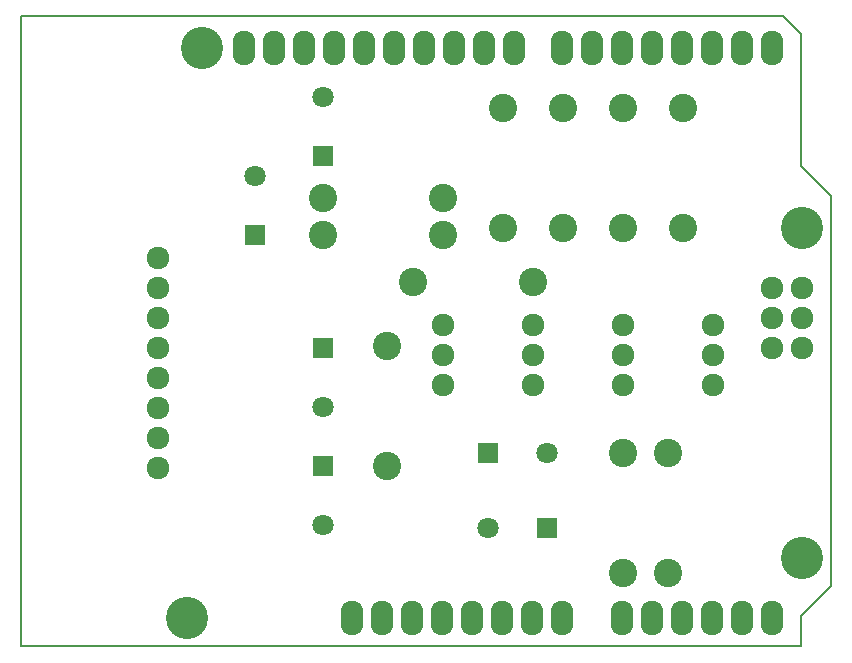
<source format=gts>
G04 #@! TF.FileFunction,Soldermask,Top*
%FSLAX46Y46*%
G04 Gerber Fmt 4.6, Leading zero omitted, Abs format (unit mm)*
G04 Created by KiCad (PCBNEW 4.0.6) date Thu May  4 10:17:07 2017*
%MOMM*%
%LPD*%
G01*
G04 APERTURE LIST*
%ADD10C,0.100000*%
%ADD11C,0.150000*%
%ADD12O,1.924000X2.940000*%
%ADD13C,3.575000*%
%ADD14C,1.924000*%
%ADD15R,1.800000X1.800000*%
%ADD16C,1.800000*%
%ADD17C,2.398980*%
%ADD18O,1.924000X1.924000*%
G04 APERTURE END LIST*
D10*
D11*
X183388000Y-81788000D02*
X185928000Y-84328000D01*
X183388000Y-70612000D02*
X183388000Y-81788000D01*
X181864000Y-69088000D02*
X183388000Y-70612000D01*
X117348000Y-69088000D02*
X181864000Y-69088000D01*
X117348000Y-122428000D02*
X117348000Y-69088000D01*
X183388000Y-122428000D02*
X117348000Y-122428000D01*
X183388000Y-119888000D02*
X183388000Y-122428000D01*
X185928000Y-117348000D02*
X183388000Y-119888000D01*
X185928000Y-84328000D02*
X185928000Y-117348000D01*
D12*
X180886100Y-120015000D03*
X178346100Y-120015000D03*
X175806100Y-120015000D03*
X168186100Y-120015000D03*
X170726100Y-120015000D03*
X173266100Y-120015000D03*
X163106100Y-120015000D03*
X160566100Y-120015000D03*
X158026100Y-120015000D03*
X152946100Y-120015000D03*
X150406100Y-120015000D03*
X180886100Y-71755000D03*
X178346100Y-71755000D03*
X175806100Y-71755000D03*
X173266100Y-71755000D03*
X170726100Y-71755000D03*
X168186100Y-71755000D03*
X165646100Y-71755000D03*
X163106100Y-71755000D03*
X159042100Y-71755000D03*
X156502100Y-71755000D03*
X153962100Y-71755000D03*
X151422100Y-71755000D03*
X148882100Y-71755000D03*
X146342100Y-71755000D03*
X143802100Y-71755000D03*
X141262100Y-71755000D03*
X155486100Y-120015000D03*
D13*
X183426100Y-114935000D03*
X183426100Y-86995000D03*
X132626100Y-71755000D03*
X131356100Y-120015000D03*
D12*
X138722100Y-71755000D03*
X136182100Y-71755000D03*
X147866100Y-120015000D03*
X145326100Y-120015000D03*
D14*
X180886100Y-92075000D03*
X183426100Y-92075000D03*
X180886100Y-94615000D03*
X183426100Y-94615000D03*
X180886100Y-97155000D03*
X183426100Y-97155000D03*
D15*
X161845000Y-112395000D03*
D16*
X156845000Y-112395000D03*
D15*
X156845000Y-106045000D03*
D16*
X161845000Y-106045000D03*
D15*
X142875000Y-107188000D03*
D16*
X142875000Y-112188000D03*
D15*
X142875000Y-97155000D03*
D16*
X142875000Y-102155000D03*
D15*
X137160000Y-87630000D03*
D16*
X137160000Y-82630000D03*
D15*
X142875000Y-80899000D03*
D16*
X142875000Y-75899000D03*
D14*
X153035000Y-97790000D03*
X153035000Y-100330000D03*
X153035000Y-95250000D03*
X160655000Y-97790000D03*
X160655000Y-100330000D03*
X160655000Y-95250000D03*
X168275000Y-97790000D03*
X168275000Y-100330000D03*
X168275000Y-95250000D03*
X175895000Y-97790000D03*
X175895000Y-100330000D03*
X175895000Y-95250000D03*
D17*
X172085000Y-106045000D03*
X172085000Y-116205000D03*
X168275000Y-106045000D03*
X168275000Y-116205000D03*
X158115000Y-86995000D03*
X158115000Y-76835000D03*
X163195000Y-86995000D03*
X163195000Y-76835000D03*
X168275000Y-86995000D03*
X168275000Y-76835000D03*
X173355000Y-86995000D03*
X173355000Y-76835000D03*
X148336000Y-107188000D03*
X148336000Y-97028000D03*
X150495000Y-91567000D03*
X160655000Y-91567000D03*
X142875000Y-87630000D03*
X153035000Y-87630000D03*
X142875000Y-84455000D03*
X153035000Y-84455000D03*
D18*
X128905000Y-89535000D03*
X128905000Y-92075000D03*
X128905000Y-94615000D03*
X128905000Y-97155000D03*
X128905000Y-99695000D03*
X128905000Y-102235000D03*
X128905000Y-104775000D03*
X128905000Y-107315000D03*
M02*

</source>
